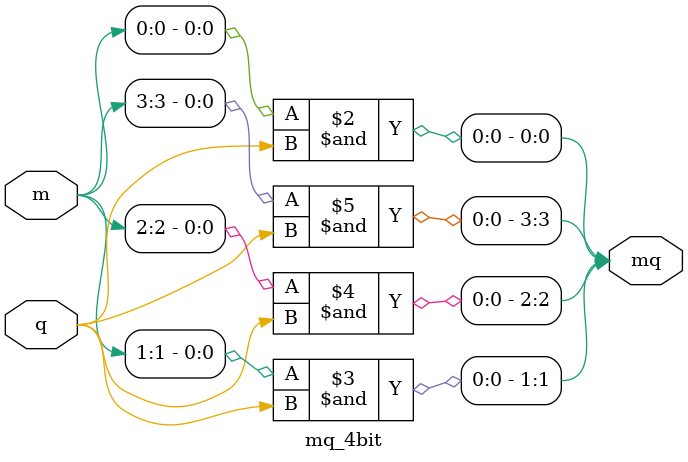
<source format=v>
`timescale 1ns / 1ps


module mq_4bit
    #(parameter n = 4)
    (
    input [n-1:0] m,
    input q,
    output reg [n-1:0] mq
    );
    
    always @(m, q)
    begin
        mq = {m[3] & q, m[2] & q,m[1] & q, m[0] & q};
    end
    
    
endmodule

</source>
